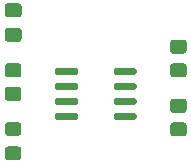
<source format=gbr>
%TF.GenerationSoftware,KiCad,Pcbnew,(5.1.9-0-10_14)*%
%TF.CreationDate,2021-03-11T21:56:35-05:00*%
%TF.ProjectId,getting_to_blinky,67657474-696e-4675-9f74-6f5f626c696e,rev?*%
%TF.SameCoordinates,Original*%
%TF.FileFunction,Paste,Top*%
%TF.FilePolarity,Positive*%
%FSLAX46Y46*%
G04 Gerber Fmt 4.6, Leading zero omitted, Abs format (unit mm)*
G04 Created by KiCad (PCBNEW (5.1.9-0-10_14)) date 2021-03-11 21:56:35*
%MOMM*%
%LPD*%
G01*
G04 APERTURE LIST*
G04 APERTURE END LIST*
%TO.C,U1*%
G36*
G01*
X133500000Y-102245000D02*
X133500000Y-101945000D01*
G75*
G02*
X133650000Y-101795000I150000J0D01*
G01*
X135300000Y-101795000D01*
G75*
G02*
X135450000Y-101945000I0J-150000D01*
G01*
X135450000Y-102245000D01*
G75*
G02*
X135300000Y-102395000I-150000J0D01*
G01*
X133650000Y-102395000D01*
G75*
G02*
X133500000Y-102245000I0J150000D01*
G01*
G37*
G36*
G01*
X133500000Y-103515000D02*
X133500000Y-103215000D01*
G75*
G02*
X133650000Y-103065000I150000J0D01*
G01*
X135300000Y-103065000D01*
G75*
G02*
X135450000Y-103215000I0J-150000D01*
G01*
X135450000Y-103515000D01*
G75*
G02*
X135300000Y-103665000I-150000J0D01*
G01*
X133650000Y-103665000D01*
G75*
G02*
X133500000Y-103515000I0J150000D01*
G01*
G37*
G36*
G01*
X133500000Y-104785000D02*
X133500000Y-104485000D01*
G75*
G02*
X133650000Y-104335000I150000J0D01*
G01*
X135300000Y-104335000D01*
G75*
G02*
X135450000Y-104485000I0J-150000D01*
G01*
X135450000Y-104785000D01*
G75*
G02*
X135300000Y-104935000I-150000J0D01*
G01*
X133650000Y-104935000D01*
G75*
G02*
X133500000Y-104785000I0J150000D01*
G01*
G37*
G36*
G01*
X133500000Y-106055000D02*
X133500000Y-105755000D01*
G75*
G02*
X133650000Y-105605000I150000J0D01*
G01*
X135300000Y-105605000D01*
G75*
G02*
X135450000Y-105755000I0J-150000D01*
G01*
X135450000Y-106055000D01*
G75*
G02*
X135300000Y-106205000I-150000J0D01*
G01*
X133650000Y-106205000D01*
G75*
G02*
X133500000Y-106055000I0J150000D01*
G01*
G37*
G36*
G01*
X128550000Y-106055000D02*
X128550000Y-105755000D01*
G75*
G02*
X128700000Y-105605000I150000J0D01*
G01*
X130350000Y-105605000D01*
G75*
G02*
X130500000Y-105755000I0J-150000D01*
G01*
X130500000Y-106055000D01*
G75*
G02*
X130350000Y-106205000I-150000J0D01*
G01*
X128700000Y-106205000D01*
G75*
G02*
X128550000Y-106055000I0J150000D01*
G01*
G37*
G36*
G01*
X128550000Y-104785000D02*
X128550000Y-104485000D01*
G75*
G02*
X128700000Y-104335000I150000J0D01*
G01*
X130350000Y-104335000D01*
G75*
G02*
X130500000Y-104485000I0J-150000D01*
G01*
X130500000Y-104785000D01*
G75*
G02*
X130350000Y-104935000I-150000J0D01*
G01*
X128700000Y-104935000D01*
G75*
G02*
X128550000Y-104785000I0J150000D01*
G01*
G37*
G36*
G01*
X128550000Y-103515000D02*
X128550000Y-103215000D01*
G75*
G02*
X128700000Y-103065000I150000J0D01*
G01*
X130350000Y-103065000D01*
G75*
G02*
X130500000Y-103215000I0J-150000D01*
G01*
X130500000Y-103515000D01*
G75*
G02*
X130350000Y-103665000I-150000J0D01*
G01*
X128700000Y-103665000D01*
G75*
G02*
X128550000Y-103515000I0J150000D01*
G01*
G37*
G36*
G01*
X128550000Y-102245000D02*
X128550000Y-101945000D01*
G75*
G02*
X128700000Y-101795000I150000J0D01*
G01*
X130350000Y-101795000D01*
G75*
G02*
X130500000Y-101945000I0J-150000D01*
G01*
X130500000Y-102245000D01*
G75*
G02*
X130350000Y-102395000I-150000J0D01*
G01*
X128700000Y-102395000D01*
G75*
G02*
X128550000Y-102245000I0J150000D01*
G01*
G37*
%TD*%
%TO.C,R3*%
G36*
G01*
X124549999Y-101400000D02*
X125450001Y-101400000D01*
G75*
G02*
X125700000Y-101649999I0J-249999D01*
G01*
X125700000Y-102350001D01*
G75*
G02*
X125450001Y-102600000I-249999J0D01*
G01*
X124549999Y-102600000D01*
G75*
G02*
X124300000Y-102350001I0J249999D01*
G01*
X124300000Y-101649999D01*
G75*
G02*
X124549999Y-101400000I249999J0D01*
G01*
G37*
G36*
G01*
X124549999Y-103400000D02*
X125450001Y-103400000D01*
G75*
G02*
X125700000Y-103649999I0J-249999D01*
G01*
X125700000Y-104350001D01*
G75*
G02*
X125450001Y-104600000I-249999J0D01*
G01*
X124549999Y-104600000D01*
G75*
G02*
X124300000Y-104350001I0J249999D01*
G01*
X124300000Y-103649999D01*
G75*
G02*
X124549999Y-103400000I249999J0D01*
G01*
G37*
%TD*%
%TO.C,R2*%
G36*
G01*
X138549999Y-106400000D02*
X139450001Y-106400000D01*
G75*
G02*
X139700000Y-106649999I0J-249999D01*
G01*
X139700000Y-107350001D01*
G75*
G02*
X139450001Y-107600000I-249999J0D01*
G01*
X138549999Y-107600000D01*
G75*
G02*
X138300000Y-107350001I0J249999D01*
G01*
X138300000Y-106649999D01*
G75*
G02*
X138549999Y-106400000I249999J0D01*
G01*
G37*
G36*
G01*
X138549999Y-104400000D02*
X139450001Y-104400000D01*
G75*
G02*
X139700000Y-104649999I0J-249999D01*
G01*
X139700000Y-105350001D01*
G75*
G02*
X139450001Y-105600000I-249999J0D01*
G01*
X138549999Y-105600000D01*
G75*
G02*
X138300000Y-105350001I0J249999D01*
G01*
X138300000Y-104649999D01*
G75*
G02*
X138549999Y-104400000I249999J0D01*
G01*
G37*
%TD*%
%TO.C,R1*%
G36*
G01*
X138549999Y-101400000D02*
X139450001Y-101400000D01*
G75*
G02*
X139700000Y-101649999I0J-249999D01*
G01*
X139700000Y-102350001D01*
G75*
G02*
X139450001Y-102600000I-249999J0D01*
G01*
X138549999Y-102600000D01*
G75*
G02*
X138300000Y-102350001I0J249999D01*
G01*
X138300000Y-101649999D01*
G75*
G02*
X138549999Y-101400000I249999J0D01*
G01*
G37*
G36*
G01*
X138549999Y-99400000D02*
X139450001Y-99400000D01*
G75*
G02*
X139700000Y-99649999I0J-249999D01*
G01*
X139700000Y-100350001D01*
G75*
G02*
X139450001Y-100600000I-249999J0D01*
G01*
X138549999Y-100600000D01*
G75*
G02*
X138300000Y-100350001I0J249999D01*
G01*
X138300000Y-99649999D01*
G75*
G02*
X138549999Y-99400000I249999J0D01*
G01*
G37*
%TD*%
%TO.C,D1*%
G36*
G01*
X125450001Y-107550000D02*
X124549999Y-107550000D01*
G75*
G02*
X124300000Y-107300001I0J249999D01*
G01*
X124300000Y-106649999D01*
G75*
G02*
X124549999Y-106400000I249999J0D01*
G01*
X125450001Y-106400000D01*
G75*
G02*
X125700000Y-106649999I0J-249999D01*
G01*
X125700000Y-107300001D01*
G75*
G02*
X125450001Y-107550000I-249999J0D01*
G01*
G37*
G36*
G01*
X125450001Y-109600000D02*
X124549999Y-109600000D01*
G75*
G02*
X124300000Y-109350001I0J249999D01*
G01*
X124300000Y-108699999D01*
G75*
G02*
X124549999Y-108450000I249999J0D01*
G01*
X125450001Y-108450000D01*
G75*
G02*
X125700000Y-108699999I0J-249999D01*
G01*
X125700000Y-109350001D01*
G75*
G02*
X125450001Y-109600000I-249999J0D01*
G01*
G37*
%TD*%
%TO.C,C1*%
G36*
G01*
X125475000Y-99587500D02*
X124525000Y-99587500D01*
G75*
G02*
X124275000Y-99337500I0J250000D01*
G01*
X124275000Y-98662500D01*
G75*
G02*
X124525000Y-98412500I250000J0D01*
G01*
X125475000Y-98412500D01*
G75*
G02*
X125725000Y-98662500I0J-250000D01*
G01*
X125725000Y-99337500D01*
G75*
G02*
X125475000Y-99587500I-250000J0D01*
G01*
G37*
G36*
G01*
X125475000Y-97512500D02*
X124525000Y-97512500D01*
G75*
G02*
X124275000Y-97262500I0J250000D01*
G01*
X124275000Y-96587500D01*
G75*
G02*
X124525000Y-96337500I250000J0D01*
G01*
X125475000Y-96337500D01*
G75*
G02*
X125725000Y-96587500I0J-250000D01*
G01*
X125725000Y-97262500D01*
G75*
G02*
X125475000Y-97512500I-250000J0D01*
G01*
G37*
%TD*%
M02*

</source>
